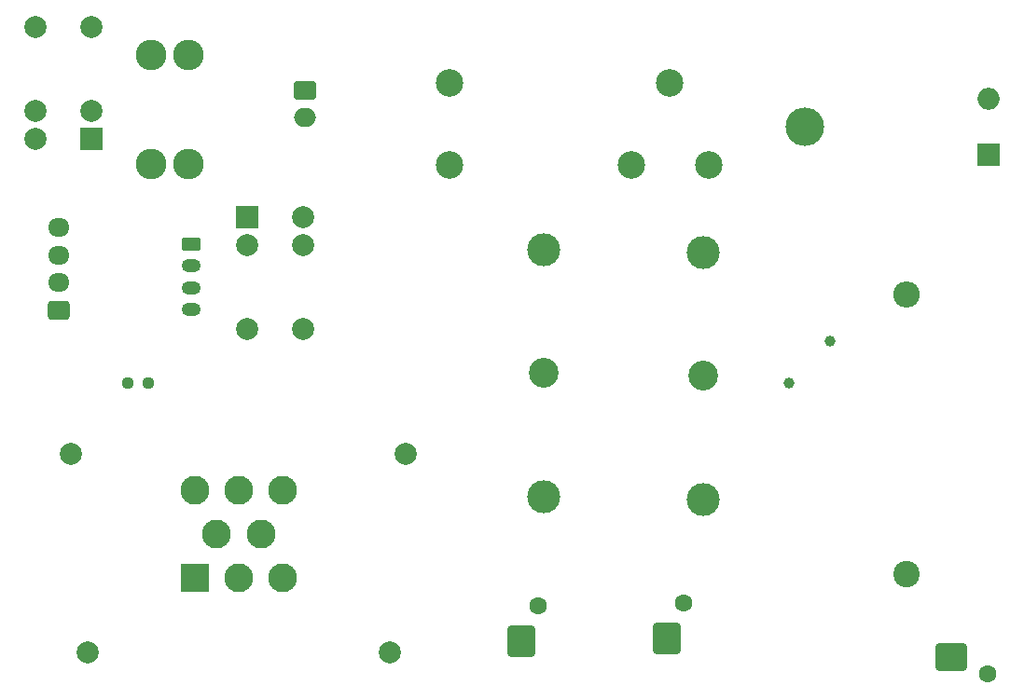
<source format=gbr>
%TF.GenerationSoftware,KiCad,Pcbnew,(6.0.1)*%
%TF.CreationDate,2022-02-14T12:04:50-05:00*%
%TF.ProjectId,pacman_side_2,7061636d-616e-45f7-9369-64655f322e6b,rev?*%
%TF.SameCoordinates,Original*%
%TF.FileFunction,Soldermask,Top*%
%TF.FilePolarity,Negative*%
%FSLAX46Y46*%
G04 Gerber Fmt 4.6, Leading zero omitted, Abs format (unit mm)*
G04 Created by KiCad (PCBNEW (6.0.1)) date 2022-02-14 12:04:50*
%MOMM*%
%LPD*%
G01*
G04 APERTURE LIST*
G04 Aperture macros list*
%AMRoundRect*
0 Rectangle with rounded corners*
0 $1 Rounding radius*
0 $2 $3 $4 $5 $6 $7 $8 $9 X,Y pos of 4 corners*
0 Add a 4 corners polygon primitive as box body*
4,1,4,$2,$3,$4,$5,$6,$7,$8,$9,$2,$3,0*
0 Add four circle primitives for the rounded corners*
1,1,$1+$1,$2,$3*
1,1,$1+$1,$4,$5*
1,1,$1+$1,$6,$7*
1,1,$1+$1,$8,$9*
0 Add four rect primitives between the rounded corners*
20,1,$1+$1,$2,$3,$4,$5,0*
20,1,$1+$1,$4,$5,$6,$7,0*
20,1,$1+$1,$6,$7,$8,$9,0*
20,1,$1+$1,$8,$9,$2,$3,0*%
G04 Aperture macros list end*
%ADD10RoundRect,0.237500X-0.250000X-0.237500X0.250000X-0.237500X0.250000X0.237500X-0.250000X0.237500X0*%
%ADD11RoundRect,0.250000X-0.625000X0.350000X-0.625000X-0.350000X0.625000X-0.350000X0.625000X0.350000X0*%
%ADD12O,1.750000X1.200000*%
%ADD13R,2.000000X2.000000*%
%ADD14C,2.000000*%
%ADD15C,2.500000*%
%ADD16C,2.780000*%
%ADD17RoundRect,0.250000X0.725000X-0.600000X0.725000X0.600000X-0.725000X0.600000X-0.725000X-0.600000X0*%
%ADD18O,1.950000X1.700000*%
%ADD19O,3.500000X3.500000*%
%ADD20O,2.000000X2.000000*%
%ADD21C,1.600000*%
%ADD22RoundRect,0.250000X1.150000X-0.980000X1.150000X0.980000X-1.150000X0.980000X-1.150000X-0.980000X0*%
%ADD23RoundRect,0.250000X-0.750000X0.600000X-0.750000X-0.600000X0.750000X-0.600000X0.750000X0.600000X0*%
%ADD24O,2.000000X1.700000*%
%ADD25C,2.700000*%
%ADD26C,3.000000*%
%ADD27RoundRect,0.250000X0.980000X1.150000X-0.980000X1.150000X-0.980000X-1.150000X0.980000X-1.150000X0*%
%ADD28R,2.625000X2.625000*%
%ADD29C,2.625000*%
%ADD30C,1.000000*%
%ADD31C,2.400000*%
%ADD32O,2.400000X2.400000*%
G04 APERTURE END LIST*
D10*
%TO.C,R2*%
X101297100Y-97434400D03*
X103122100Y-97434400D03*
%TD*%
D11*
%TO.C,J9*%
X107061000Y-84773000D03*
D12*
X107061000Y-86773000D03*
X107061000Y-88773000D03*
X107061000Y-90773000D03*
%TD*%
D13*
%TO.C,K3*%
X97972500Y-75268500D03*
D14*
X97972500Y-72728500D03*
X97972500Y-65108500D03*
X92892500Y-65108500D03*
X92892500Y-72728500D03*
X92892500Y-75268500D03*
%TD*%
D15*
%TO.C,K1*%
X147000000Y-77621000D03*
X130500000Y-70121000D03*
X150500000Y-70121000D03*
X130500000Y-77621000D03*
X154000000Y-77621000D03*
%TD*%
D16*
%TO.C,F3*%
X106765000Y-77521000D03*
X103365000Y-77521000D03*
X103365000Y-67601000D03*
X106765000Y-67601000D03*
%TD*%
D17*
%TO.C,J2*%
X95040000Y-90811000D03*
D18*
X95040000Y-88311000D03*
X95040000Y-85811000D03*
X95040000Y-83311000D03*
%TD*%
D19*
%TO.C,R3*%
X162750000Y-74168000D03*
D13*
X179410000Y-76708000D03*
D20*
X179410000Y-71628000D03*
%TD*%
D21*
%TO.C,J3*%
X179315000Y-123811000D03*
D22*
X176065000Y-122311000D03*
%TD*%
D23*
%TO.C,J6*%
X117340000Y-70811000D03*
D24*
X117340000Y-73311000D03*
%TD*%
D25*
%TO.C,F2*%
X153513000Y-96779000D03*
D26*
X153513000Y-85529000D03*
X153513000Y-108029000D03*
%TD*%
D25*
%TO.C,F1*%
X139035000Y-96525000D03*
D26*
X139035000Y-85275000D03*
X139035000Y-107775000D03*
%TD*%
D21*
%TO.C,J4*%
X151711000Y-117405000D03*
D27*
X150211000Y-120655000D03*
%TD*%
D21*
%TO.C,J5*%
X138503000Y-117659000D03*
D27*
X137003000Y-120909000D03*
%TD*%
D13*
%TO.C,K2*%
X112157500Y-82353500D03*
D14*
X112157500Y-84893500D03*
X112157500Y-92513500D03*
X117237500Y-92513500D03*
X117237500Y-84893500D03*
X117237500Y-82353500D03*
%TD*%
%TO.C,J1*%
X97649000Y-121930000D03*
X125049000Y-121930000D03*
X126549000Y-103830000D03*
X96149000Y-103830000D03*
D28*
X107349000Y-115130000D03*
D29*
X111349000Y-115130000D03*
X115349000Y-115130000D03*
X109349000Y-111130000D03*
X113349000Y-111130000D03*
X107349000Y-107130000D03*
X111349000Y-107130000D03*
X115349000Y-107130000D03*
%TD*%
D30*
%TO.C,D1*%
X161275000Y-97399000D03*
X165055000Y-93619000D03*
%TD*%
D31*
%TO.C,R1*%
X171958000Y-114808000D03*
D32*
X171958000Y-89408000D03*
%TD*%
M02*

</source>
